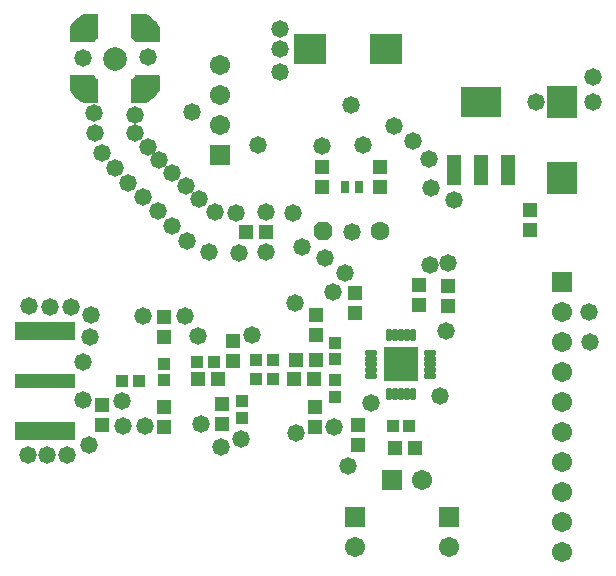
<source format=gts>
G04 Layer_Color=8388736*
%FSLAX44Y44*%
%MOMM*%
G71*
G01*
G75*
%ADD41R,1.3032X1.2032*%
%ADD42R,1.2032X1.3032*%
%ADD43C,2.0032*%
%ADD44R,2.8032X2.6032*%
%ADD45R,1.1032X1.0032*%
%ADD46R,1.0032X1.1032*%
%ADD47R,5.2032X1.6032*%
%ADD48R,5.2032X1.2032*%
%ADD49R,1.2032X2.6032*%
%ADD50R,3.5032X2.6032*%
%ADD51R,2.6032X2.8032*%
%ADD52O,1.1032X0.5032*%
%ADD53O,0.5032X1.1032*%
%ADD54R,3.0032X3.0032*%
%ADD55R,0.8032X1.1032*%
%ADD56C,1.7032*%
%ADD57R,1.7032X1.7032*%
%ADD58P,1.7353X8X22.5*%
%ADD59C,1.6032*%
%ADD60R,1.7032X1.7032*%
%ADD61C,1.4732*%
%ADD62C,0.8032*%
%ADD63C,0.7032*%
G36*
X121383Y438009D02*
X121514Y437984D01*
X121599Y437954D01*
X121640Y437941D01*
X121759Y437882D01*
X121870Y437808D01*
X121970Y437720D01*
Y437720D01*
X121970D01*
X122058Y437620D01*
X122132Y437509D01*
X122191Y437390D01*
X122204Y437349D01*
X122233Y437264D01*
X122260Y437133D01*
X122268Y437000D01*
Y437000D01*
Y437000D01*
Y426130D01*
Y426130D01*
X122265Y426085D01*
X122264Y426041D01*
X122261Y426019D01*
X122260Y425997D01*
X122251Y425954D01*
X122244Y425910D01*
X122238Y425888D01*
X122233Y425867D01*
X122219Y425824D01*
X122207Y425782D01*
X122198Y425761D01*
X122191Y425740D01*
X122171Y425700D01*
X122153Y425660D01*
X121229Y423884D01*
X121223Y423874D01*
X121218Y423864D01*
X121189Y423818D01*
X121159Y423770D01*
X121152Y423761D01*
X121146Y423752D01*
X118778Y420522D01*
X118771Y420514D01*
X118765Y420504D01*
X118729Y420463D01*
X118693Y420420D01*
X118685Y420413D01*
X118677Y420404D01*
X115846Y417573D01*
X115837Y417565D01*
X115830Y417557D01*
X115787Y417521D01*
X115745Y417485D01*
X115736Y417479D01*
X115728Y417472D01*
X112498Y415103D01*
X112489Y415098D01*
X112480Y415090D01*
X112432Y415061D01*
X112386Y415032D01*
X112376Y415027D01*
X112366Y415021D01*
X110590Y414097D01*
X110549Y414079D01*
X110510Y414059D01*
X110489Y414052D01*
X110468Y414043D01*
X110426Y414031D01*
X110384Y414016D01*
X110362Y414012D01*
X110340Y414006D01*
X110296Y413999D01*
X110253Y413991D01*
X110231Y413989D01*
X110209Y413986D01*
X110164Y413985D01*
X110120Y413982D01*
X99249Y413982D01*
X99116Y413991D01*
X98986Y414016D01*
X98860Y414059D01*
X98740Y414118D01*
X98629Y414192D01*
X98529Y414280D01*
X98441Y414380D01*
X98367Y414491D01*
X98308Y414610D01*
X98266Y414737D01*
X98240Y414867D01*
X98231Y415000D01*
Y433999D01*
X98231Y433999D01*
X98234Y434041D01*
X98234Y434082D01*
X98238Y434107D01*
X98240Y434132D01*
X98248Y434173D01*
X98254Y434214D01*
X98261Y434238D01*
X98266Y434263D01*
X98279Y434302D01*
X98291Y434342D01*
X98300Y434365D01*
X98308Y434389D01*
X98327Y434426D01*
X98343Y434464D01*
X98356Y434486D01*
X98367Y434508D01*
X98391Y434543D01*
X98412Y434579D01*
X98427Y434598D01*
X98441Y434619D01*
X98469Y434650D01*
X98495Y434683D01*
X98513Y434700D01*
X98529Y434719D01*
X98560Y434747D01*
X98590Y434776D01*
X98610Y434790D01*
X98629Y434807D01*
X98664Y434830D01*
X98697Y434855D01*
X98719Y434867D01*
X98740Y434881D01*
X98778Y434899D01*
X98814Y434920D01*
X99238Y435120D01*
X99995Y435626D01*
X100622Y436253D01*
X101128Y437011D01*
X101329Y437435D01*
X101349Y437471D01*
X101367Y437508D01*
X101381Y437529D01*
X101393Y437551D01*
X101418Y437584D01*
X101441Y437619D01*
X101458Y437638D01*
X101473Y437658D01*
X101502Y437688D01*
X101529Y437719D01*
X101548Y437735D01*
X101565Y437754D01*
X101598Y437780D01*
X101629Y437807D01*
X101650Y437821D01*
X101670Y437836D01*
X101706Y437858D01*
X101740Y437881D01*
X101762Y437892D01*
X101784Y437905D01*
X101822Y437921D01*
X101860Y437940D01*
X101883Y437948D01*
X101906Y437958D01*
X101946Y437969D01*
X101986Y437983D01*
X102010Y437988D01*
X102034Y437994D01*
X102075Y438000D01*
X102116Y438009D01*
X102142Y438010D01*
X102166Y438014D01*
X102207Y438015D01*
X102249Y438017D01*
X121250Y438018D01*
X121250D01*
X121250D01*
X121383Y438009D01*
D02*
G37*
G36*
X66291Y438016D02*
X66332Y438016D01*
X66357Y438012D01*
X66382Y438010D01*
X66423Y438002D01*
X66464Y437996D01*
X66488Y437989D01*
X66513Y437984D01*
X66552Y437971D01*
X66592Y437960D01*
X66615Y437950D01*
X66639Y437942D01*
X66676Y437923D01*
X66714Y437906D01*
X66736Y437894D01*
X66758Y437883D01*
X66793Y437859D01*
X66829Y437838D01*
X66848Y437822D01*
X66869Y437809D01*
X66900Y437781D01*
X66933Y437755D01*
X66950Y437737D01*
X66969Y437721D01*
X66997Y437689D01*
X67026Y437659D01*
X67041Y437640D01*
X67057Y437621D01*
X67080Y437586D01*
X67105Y437553D01*
X67117Y437531D01*
X67131Y437510D01*
X67149Y437472D01*
X67170Y437436D01*
X67370Y437012D01*
X67876Y436255D01*
X68503Y435628D01*
X69261Y435122D01*
X69685Y434921D01*
X69721Y434901D01*
X69758Y434883D01*
X69779Y434869D01*
X69801Y434857D01*
X69834Y434832D01*
X69869Y434809D01*
X69888Y434792D01*
X69908Y434777D01*
X69938Y434748D01*
X69969Y434721D01*
X69985Y434702D01*
X70004Y434685D01*
X70030Y434652D01*
X70057Y434621D01*
X70071Y434600D01*
X70086Y434580D01*
X70108Y434544D01*
X70131Y434510D01*
X70142Y434488D01*
X70155Y434466D01*
X70171Y434428D01*
X70190Y434390D01*
X70198Y434367D01*
X70208Y434344D01*
X70219Y434304D01*
X70233Y434264D01*
X70238Y434240D01*
X70244Y434216D01*
X70251Y434175D01*
X70259Y434134D01*
X70260Y434109D01*
X70264Y434084D01*
X70265Y434043D01*
X70267Y434001D01*
X70268Y415000D01*
Y415000D01*
Y415000D01*
X70259Y414867D01*
X70233Y414737D01*
X70205Y414651D01*
X70191Y414610D01*
X70132Y414491D01*
X70058Y414380D01*
X69970Y414280D01*
X69970D01*
Y414280D01*
X69870Y414192D01*
X69759Y414118D01*
X69640Y414059D01*
X69599Y414046D01*
X69514Y414016D01*
X69383Y413991D01*
X69250Y413982D01*
X69250D01*
X69250D01*
X58380D01*
X58380Y413982D01*
X58335Y413985D01*
X58291Y413986D01*
X58269Y413989D01*
X58247Y413991D01*
X58204Y413999D01*
X58160Y414006D01*
X58138Y414012D01*
X58116Y414016D01*
X58074Y414031D01*
X58032Y414043D01*
X58012Y414052D01*
X57990Y414059D01*
X57950Y414079D01*
X57910Y414097D01*
X56134Y415021D01*
X56124Y415027D01*
X56114Y415032D01*
X56068Y415061D01*
X56020Y415090D01*
X56011Y415098D01*
X56002Y415103D01*
X52772Y417472D01*
X52764Y417479D01*
X52755Y417485D01*
X52713Y417521D01*
X52670Y417557D01*
X52663Y417565D01*
X52654Y417573D01*
X49823Y420404D01*
X49815Y420413D01*
X49807Y420420D01*
X49771Y420463D01*
X49735Y420504D01*
X49729Y420514D01*
X49721Y420522D01*
X47353Y423752D01*
X47347Y423761D01*
X47340Y423770D01*
X47312Y423818D01*
X47282Y423864D01*
X47277Y423874D01*
X47271Y423884D01*
X46347Y425660D01*
X46329Y425701D01*
X46309Y425740D01*
X46302Y425761D01*
X46293Y425782D01*
X46281Y425824D01*
X46266Y425867D01*
X46262Y425888D01*
X46256Y425910D01*
X46249Y425954D01*
X46241Y425997D01*
X46239Y426019D01*
X46236Y426041D01*
X46235Y426086D01*
X46232Y426130D01*
X46232Y437001D01*
X46241Y437134D01*
X46266Y437264D01*
X46309Y437391D01*
X46368Y437510D01*
X46442Y437621D01*
X46530Y437721D01*
X46630Y437809D01*
X46741Y437883D01*
X46860Y437942D01*
X46986Y437984D01*
X47117Y438010D01*
X47250Y438019D01*
X66249D01*
X66291Y438016D01*
D02*
G37*
G36*
X110165Y490015D02*
X110209Y490014D01*
X110231Y490011D01*
X110253Y490009D01*
X110296Y490001D01*
X110340Y489994D01*
X110362Y489988D01*
X110384Y489983D01*
X110426Y489969D01*
X110468Y489957D01*
X110489Y489948D01*
X110510Y489941D01*
X110550Y489921D01*
X110590Y489903D01*
X112366Y488979D01*
X112376Y488973D01*
X112386Y488968D01*
X112432Y488939D01*
X112480Y488909D01*
X112489Y488903D01*
X112498Y488896D01*
X115728Y486529D01*
X115736Y486521D01*
X115745Y486515D01*
X115787Y486479D01*
X115830Y486443D01*
X115837Y486435D01*
X115846Y486427D01*
X118677Y483596D01*
X118685Y483587D01*
X118693Y483580D01*
X118729Y483537D01*
X118765Y483495D01*
X118771Y483486D01*
X118778Y483478D01*
X121146Y480248D01*
X121152Y480239D01*
X121159Y480230D01*
X121188Y480182D01*
X121218Y480136D01*
X121223Y480126D01*
X121229Y480116D01*
X122153Y478340D01*
X122171Y478299D01*
X122191Y478260D01*
X122198Y478238D01*
X122207Y478218D01*
X122219Y478176D01*
X122233Y478134D01*
X122238Y478112D01*
X122244Y478090D01*
X122251Y478046D01*
X122260Y478003D01*
X122261Y477981D01*
X122264Y477959D01*
X122265Y477914D01*
X122268Y477870D01*
Y466999D01*
X122260Y466866D01*
X122233Y466736D01*
X122191Y466610D01*
X122132Y466490D01*
X122058Y466379D01*
X121970Y466279D01*
X121870Y466191D01*
X121759Y466117D01*
X121640Y466059D01*
X121514Y466016D01*
X121383Y465990D01*
X121250Y465981D01*
X102251D01*
X102251Y465981D01*
X102209Y465984D01*
X102168Y465984D01*
X102143Y465988D01*
X102118Y465990D01*
X102077Y465998D01*
X102036Y466004D01*
X102012Y466011D01*
X101987Y466016D01*
X101947Y466029D01*
X101908Y466040D01*
X101885Y466050D01*
X101861Y466059D01*
X101823Y466077D01*
X101786Y466093D01*
X101764Y466106D01*
X101742Y466117D01*
X101707Y466141D01*
X101671Y466162D01*
X101652Y466177D01*
X101631Y466191D01*
X101600Y466219D01*
X101567Y466245D01*
X101550Y466263D01*
X101531Y466279D01*
X101503Y466311D01*
X101474Y466340D01*
X101460Y466361D01*
X101443Y466379D01*
X101420Y466414D01*
X101395Y466447D01*
X101383Y466469D01*
X101369Y466490D01*
X101350Y466527D01*
X101330Y466564D01*
X101130Y466988D01*
X100624Y467745D01*
X99997Y468372D01*
X99239Y468878D01*
X98815Y469079D01*
X98779Y469099D01*
X98742Y469117D01*
X98721Y469131D01*
X98699Y469143D01*
X98666Y469168D01*
X98631Y469191D01*
X98612Y469208D01*
X98592Y469223D01*
X98562Y469252D01*
X98531Y469279D01*
X98514Y469298D01*
X98496Y469315D01*
X98470Y469348D01*
X98443Y469379D01*
X98429Y469400D01*
X98414Y469420D01*
X98392Y469456D01*
X98369Y469490D01*
X98358Y469512D01*
X98345Y469534D01*
X98329Y469572D01*
X98310Y469609D01*
X98302Y469633D01*
X98292Y469656D01*
X98281Y469696D01*
X98267Y469736D01*
X98262Y469760D01*
X98256Y469784D01*
X98250Y469825D01*
X98241Y469866D01*
X98240Y469892D01*
X98236Y469916D01*
X98235Y469957D01*
X98233Y469999D01*
X98232Y489000D01*
Y489000D01*
Y489000D01*
X98240Y489133D01*
X98266Y489263D01*
X98295Y489349D01*
X98309Y489390D01*
X98368Y489509D01*
X98442Y489620D01*
X98530Y489720D01*
X98530D01*
Y489720D01*
X98630Y489808D01*
X98741Y489882D01*
X98860Y489941D01*
X98901Y489954D01*
X98986Y489983D01*
X99117Y490009D01*
X99250Y490018D01*
X99250D01*
X99250D01*
X110120D01*
X110165Y490015D01*
D02*
G37*
G36*
X69384Y490009D02*
X69514Y489983D01*
X69640Y489941D01*
X69760Y489882D01*
X69871Y489808D01*
X69971Y489720D01*
X70059Y489620D01*
X70133Y489509D01*
X70191Y489390D01*
X70234Y489263D01*
X70260Y489133D01*
X70269Y489000D01*
Y470001D01*
Y470001D01*
X70266Y469959D01*
X70266Y469918D01*
X70262Y469893D01*
X70260Y469868D01*
X70252Y469827D01*
X70246Y469786D01*
X70239Y469762D01*
X70234Y469737D01*
X70221Y469698D01*
X70209Y469658D01*
X70200Y469635D01*
X70191Y469611D01*
X70173Y469574D01*
X70156Y469536D01*
X70144Y469514D01*
X70133Y469492D01*
X70109Y469457D01*
X70088Y469421D01*
X70072Y469402D01*
X70059Y469381D01*
X70031Y469350D01*
X70005Y469317D01*
X69987Y469300D01*
X69971Y469281D01*
X69939Y469253D01*
X69910Y469224D01*
X69889Y469210D01*
X69871Y469193D01*
X69836Y469170D01*
X69803Y469145D01*
X69781Y469133D01*
X69760Y469119D01*
X69722Y469101D01*
X69686Y469080D01*
X69262Y468880D01*
X68505Y468374D01*
X67878Y467747D01*
X67372Y466989D01*
X67171Y466566D01*
X67151Y466529D01*
X67133Y466492D01*
X67119Y466471D01*
X67106Y466449D01*
X67082Y466416D01*
X67059Y466381D01*
X67042Y466362D01*
X67027Y466342D01*
X66998Y466312D01*
X66971Y466281D01*
X66952Y466264D01*
X66935Y466246D01*
X66902Y466220D01*
X66871Y466193D01*
X66850Y466179D01*
X66830Y466164D01*
X66794Y466142D01*
X66760Y466119D01*
X66738Y466108D01*
X66716Y466095D01*
X66678Y466078D01*
X66641Y466060D01*
X66617Y466052D01*
X66594Y466042D01*
X66554Y466031D01*
X66514Y466017D01*
X66490Y466012D01*
X66466Y466006D01*
X66425Y465999D01*
X66384Y465991D01*
X66358Y465990D01*
X66334Y465986D01*
X66293Y465985D01*
X66251Y465983D01*
X47250Y465982D01*
X47250D01*
X47250D01*
X47117Y465990D01*
X46986Y466017D01*
X46901Y466045D01*
X46860Y466059D01*
X46741Y466118D01*
X46630Y466192D01*
X46530Y466280D01*
Y466280D01*
X46530D01*
X46442Y466380D01*
X46368Y466491D01*
X46309Y466610D01*
X46296Y466651D01*
X46266Y466736D01*
X46241Y466867D01*
X46232Y467000D01*
Y467000D01*
Y467000D01*
Y477870D01*
X46232Y477870D01*
X46235Y477915D01*
X46236Y477959D01*
X46239Y477981D01*
X46241Y478003D01*
X46249Y478046D01*
X46256Y478090D01*
X46262Y478112D01*
X46266Y478134D01*
X46281Y478176D01*
X46293Y478218D01*
X46302Y478238D01*
X46309Y478260D01*
X46329Y478300D01*
X46347Y478340D01*
X47271Y480116D01*
X47277Y480126D01*
X47282Y480136D01*
X47311Y480182D01*
X47340Y480230D01*
X47347Y480239D01*
X47353Y480248D01*
X49721Y483478D01*
X49729Y483486D01*
X49735Y483495D01*
X49771Y483537D01*
X49807Y483580D01*
X49815Y483587D01*
X49823Y483596D01*
X52654Y486427D01*
X52663Y486435D01*
X52670Y486443D01*
X52713Y486479D01*
X52755Y486515D01*
X52764Y486521D01*
X52772Y486529D01*
X56002Y488896D01*
X56011Y488903D01*
X56020Y488909D01*
X56068Y488938D01*
X56114Y488968D01*
X56124Y488973D01*
X56134Y488979D01*
X57910Y489903D01*
X57951Y489921D01*
X57990Y489941D01*
X58011Y489948D01*
X58032Y489957D01*
X58074Y489969D01*
X58116Y489983D01*
X58138Y489988D01*
X58160Y489994D01*
X58204Y490001D01*
X58247Y490009D01*
X58269Y490011D01*
X58291Y490014D01*
X58336Y490015D01*
X58380Y490018D01*
X69251D01*
X69384Y490009D01*
D02*
G37*
D41*
X195000Y305500D02*
D03*
X212000D02*
D03*
X338700Y121920D02*
D03*
X321700D02*
D03*
X171710Y180340D02*
D03*
X154710D02*
D03*
X254880Y196850D02*
D03*
X237880D02*
D03*
X252990Y180340D02*
D03*
X235990D02*
D03*
D42*
X309000Y360250D02*
D03*
Y343250D02*
D03*
X366000Y242750D02*
D03*
Y259750D02*
D03*
X436000Y323500D02*
D03*
Y306500D02*
D03*
X290000Y141500D02*
D03*
Y124500D02*
D03*
X341630Y259960D02*
D03*
Y242960D02*
D03*
X253500Y157250D02*
D03*
Y140250D02*
D03*
X184150Y195970D02*
D03*
Y212970D02*
D03*
X174640Y142630D02*
D03*
Y159630D02*
D03*
X125730Y216290D02*
D03*
Y233290D02*
D03*
Y157090D02*
D03*
Y140090D02*
D03*
X73660Y158360D02*
D03*
Y141360D02*
D03*
X254750Y234750D02*
D03*
Y217750D02*
D03*
X287500Y236500D02*
D03*
Y253500D02*
D03*
X259750Y360250D02*
D03*
Y343250D02*
D03*
D43*
X109250Y477000D02*
D03*
Y427000D02*
D03*
X59250D02*
D03*
Y477000D02*
D03*
X84250Y452000D02*
D03*
D44*
X313750Y459750D02*
D03*
X249750D02*
D03*
D45*
X270510Y179720D02*
D03*
Y165720D02*
D03*
X125730Y193690D02*
D03*
Y179690D02*
D03*
X191770Y161940D02*
D03*
Y147940D02*
D03*
X270510Y211470D02*
D03*
Y197470D02*
D03*
D46*
X104750Y179000D02*
D03*
X90750D02*
D03*
X217850Y180340D02*
D03*
X203850D02*
D03*
X217820Y196850D02*
D03*
X203820D02*
D03*
X168250Y195000D02*
D03*
X154250D02*
D03*
X333750Y141000D02*
D03*
X319750D02*
D03*
D47*
X25500Y221500D02*
D03*
Y136500D02*
D03*
D48*
Y179000D02*
D03*
D49*
X371250Y357250D02*
D03*
X394250D02*
D03*
X417250D02*
D03*
D50*
X394250Y415250D02*
D03*
D51*
X463250Y351250D02*
D03*
Y415250D02*
D03*
D52*
X301390Y203040D02*
D03*
Y198040D02*
D03*
Y193040D02*
D03*
Y188040D02*
D03*
Y183040D02*
D03*
X351390D02*
D03*
Y188040D02*
D03*
Y193040D02*
D03*
Y198040D02*
D03*
Y203040D02*
D03*
D53*
X316390Y168040D02*
D03*
X321390D02*
D03*
X326390D02*
D03*
X331390D02*
D03*
X336390D02*
D03*
Y218040D02*
D03*
X331390D02*
D03*
X326390D02*
D03*
X321390D02*
D03*
X316390D02*
D03*
D54*
X326390Y193040D02*
D03*
D55*
X279000Y343500D02*
D03*
X291000D02*
D03*
D56*
X173500Y446700D02*
D03*
Y421300D02*
D03*
Y395900D02*
D03*
X367500Y38500D02*
D03*
X463250Y211850D02*
D03*
Y34050D02*
D03*
Y59450D02*
D03*
Y84850D02*
D03*
Y110250D02*
D03*
Y135650D02*
D03*
Y161050D02*
D03*
Y186450D02*
D03*
Y237250D02*
D03*
X344750Y95500D02*
D03*
X287500Y38500D02*
D03*
D57*
X173500Y370500D02*
D03*
X367500Y63900D02*
D03*
X463250Y262650D02*
D03*
X287500Y63900D02*
D03*
D58*
X260100Y305750D02*
D03*
D59*
X308900D02*
D03*
D60*
X319350Y95500D02*
D03*
D61*
X62000Y125000D02*
D03*
X63750Y234750D02*
D03*
X43500Y116750D02*
D03*
X47500Y241750D02*
D03*
X29250D02*
D03*
X12000Y242250D02*
D03*
X285000Y305000D02*
D03*
X235250Y321000D02*
D03*
X212000Y321750D02*
D03*
X168750Y322000D02*
D03*
X144500Y344500D02*
D03*
X132500Y355500D02*
D03*
X122000Y365750D02*
D03*
X112000Y377250D02*
D03*
X101750Y389250D02*
D03*
X284000Y413000D02*
D03*
X259500Y378000D02*
D03*
X150000Y406750D02*
D03*
X224250Y477250D02*
D03*
X224000Y440500D02*
D03*
X224250Y459750D02*
D03*
X336500Y382500D02*
D03*
X320250Y394750D02*
D03*
X294750Y379000D02*
D03*
X205750Y378500D02*
D03*
X187250Y321250D02*
D03*
X155750Y333250D02*
D03*
X101750Y404250D02*
D03*
X67250Y388750D02*
D03*
X73250Y371750D02*
D03*
X84000Y359000D02*
D03*
X66750Y405750D02*
D03*
X95500Y347000D02*
D03*
X108250Y335000D02*
D03*
X120500Y323250D02*
D03*
X132750Y310250D02*
D03*
X145750Y297750D02*
D03*
X164000Y288250D02*
D03*
X189000Y287750D02*
D03*
X212250Y288000D02*
D03*
X243000Y292750D02*
D03*
X262250Y283250D02*
D03*
X57000Y195000D02*
D03*
X57500Y163000D02*
D03*
X90500Y162500D02*
D03*
X360000Y166000D02*
D03*
X301250Y160250D02*
D03*
X364250Y221250D02*
D03*
X350750Y277250D02*
D03*
X485750Y237250D02*
D03*
X486250Y211750D02*
D03*
X488750Y436500D02*
D03*
X440500Y415500D02*
D03*
X489250Y415250D02*
D03*
X371500Y332000D02*
D03*
X350000Y367000D02*
D03*
X352250Y342000D02*
D03*
X366750Y279000D02*
D03*
X282000Y106750D02*
D03*
X270250Y139750D02*
D03*
X237250Y135250D02*
D03*
X154500Y216750D02*
D03*
X200750Y218250D02*
D03*
X236500Y244750D02*
D03*
X279250Y270500D02*
D03*
X269250Y254250D02*
D03*
X191500Y130250D02*
D03*
X174250Y123250D02*
D03*
X157000Y143000D02*
D03*
X143500Y233750D02*
D03*
X108500D02*
D03*
X63500Y216500D02*
D03*
X27250Y116250D02*
D03*
X10500Y116500D02*
D03*
X112000Y453000D02*
D03*
X57000Y452250D02*
D03*
X109500Y140500D02*
D03*
X91250Y141000D02*
D03*
D62*
X326250Y192750D02*
D03*
D63*
X320890Y198540D02*
D03*
X331890D02*
D03*
X320890Y187540D02*
D03*
X331890D02*
D03*
M02*

</source>
